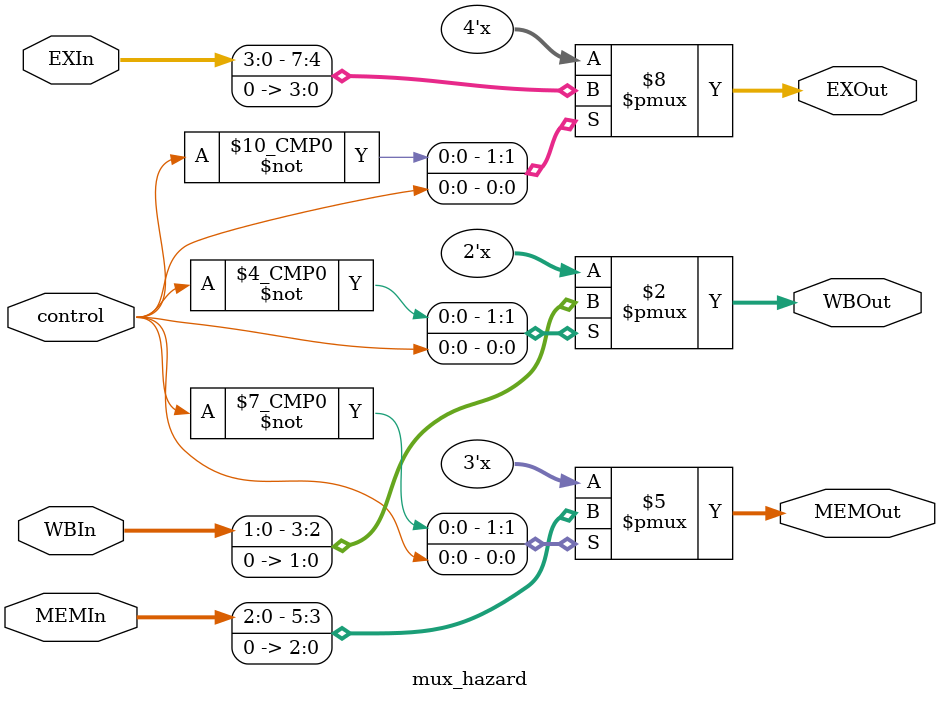
<source format=v>

module mux_hazard (control, EXIn, MEMIn, WBIn, EXOut, MEMOut, WBOut);

    // Input wires;
    input control;
    input [3:0] EXIn;
    input [2:0] MEMIn;
    input [1:0] WBIn;

    // Output reg;
    output reg [3:0] EXOut;
    output reg [2:0] MEMOut;
    output reg [1:0] WBOut;

    // Setting the output based on control signal;
    always @ (*) begin
        case (control)
            1'b0: begin
                EXOut <= EXIn;
                MEMOut <= MEMIn;
                WBOut <= WBIn;
            end
            1'b1: begin
                EXOut <= 4'b0;
                MEMOut <= 3'b0;
                WBOut <= 2'b0;
            end
        endcase
    end
endmodule

</source>
